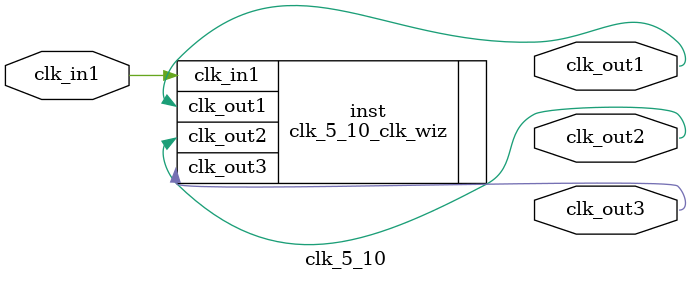
<source format=v>


`timescale 1ps/1ps

(* CORE_GENERATION_INFO = "clk_5_10,clk_wiz_v6_0_2_0_0,{component_name=clk_5_10,use_phase_alignment=true,use_min_o_jitter=false,use_max_i_jitter=false,use_dyn_phase_shift=false,use_inclk_switchover=false,use_dyn_reconfig=false,enable_axi=0,feedback_source=FDBK_AUTO,PRIMITIVE=PLL,num_out_clk=3,clkin1_period=10.000,clkin2_period=10.000,use_power_down=false,use_reset=false,use_locked=false,use_inclk_stopped=false,feedback_type=SINGLE,CLOCK_MGR_TYPE=NA,manual_override=false}" *)

module clk_5_10 
 (
  // Clock out ports
  output        clk_out1,
  output        clk_out2,
  output        clk_out3,
 // Clock in ports
  input         clk_in1
 );

  clk_5_10_clk_wiz inst
  (
  // Clock out ports  
  .clk_out1(clk_out1),
  .clk_out2(clk_out2),
  .clk_out3(clk_out3),
 // Clock in ports
  .clk_in1(clk_in1)
  );

endmodule

</source>
